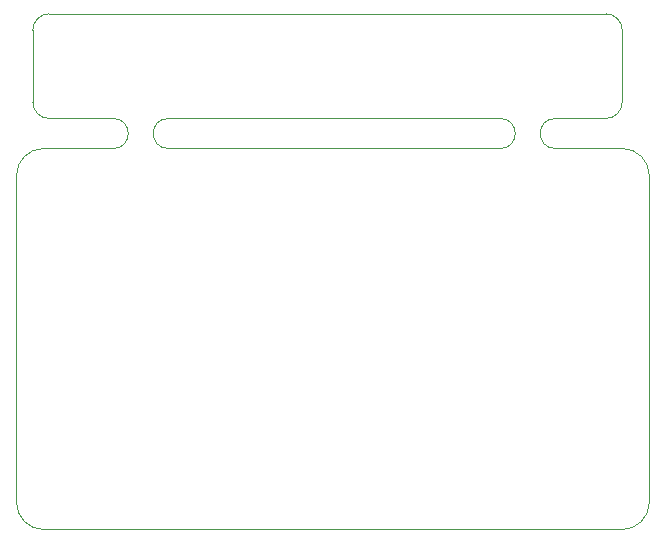
<source format=gm1>
G04 #@! TF.GenerationSoftware,KiCad,Pcbnew,(5.99.0-11678-ga208dac8d8)*
G04 #@! TF.CreationDate,2021-09-02T09:18:58-04:00*
G04 #@! TF.ProjectId,syringe_board,73797269-6e67-4655-9f62-6f6172642e6b,4.5*
G04 #@! TF.SameCoordinates,Original*
G04 #@! TF.FileFunction,Profile,NP*
%FSLAX46Y46*%
G04 Gerber Fmt 4.6, Leading zero omitted, Abs format (unit mm)*
G04 Created by KiCad (PCBNEW (5.99.0-11678-ga208dac8d8)) date 2021-09-02 09:18:58*
%MOMM*%
%LPD*%
G01*
G04 APERTURE LIST*
G04 #@! TA.AperFunction,Profile*
%ADD10C,0.101600*%
G04 #@! TD*
G04 APERTURE END LIST*
D10*
X115714000Y-84582000D02*
X115714000Y-112268000D01*
X169291002Y-112268002D02*
G75*
G02*
X167005000Y-114554000I-2286000J2D01*
G01*
X118000000Y-82296000D02*
X123908000Y-82296000D01*
X118490998Y-70890002D02*
G75*
G03*
X117094000Y-72287000I0J-1396998D01*
G01*
X115714000Y-84582000D02*
G75*
G02*
X118000000Y-82296000I2285976J24D01*
G01*
X117999998Y-114554002D02*
X167005000Y-114554000D01*
X128568000Y-79756000D02*
X156674000Y-79756000D01*
X128568000Y-82296000D02*
X156674000Y-82296000D01*
X118491000Y-79756000D02*
X123908000Y-79756000D01*
X167005002Y-78359002D02*
G75*
G02*
X165608000Y-79756000I-1397000J2D01*
G01*
X167005002Y-82295998D02*
G75*
G02*
X169291000Y-84582000I-2J-2286000D01*
G01*
X167005002Y-78359002D02*
X167005000Y-72287000D01*
X165608000Y-79756000D02*
X161334000Y-79756000D01*
X169291000Y-112268000D02*
X169291000Y-84582000D01*
X117999998Y-114554002D02*
G75*
G02*
X115714000Y-112268000I2J2286000D01*
G01*
X117094000Y-78359000D02*
G75*
G03*
X118491000Y-79756000I1397000J0D01*
G01*
X167005000Y-72287000D02*
G75*
G03*
X165608000Y-70890000I-1397000J0D01*
G01*
X117094000Y-72287000D02*
X117094000Y-78359000D01*
X165608000Y-70890002D02*
X118490998Y-70890002D01*
X161334000Y-82296000D02*
X167005002Y-82295998D01*
X161334000Y-79756000D02*
G75*
G03*
X161334000Y-82296000I0J-1270000D01*
G01*
X156674000Y-79756000D02*
G75*
G02*
X156674000Y-82296000I0J-1270000D01*
G01*
X128568000Y-79756000D02*
G75*
G03*
X128568000Y-82296000I0J-1270000D01*
G01*
X123908000Y-79756000D02*
G75*
G02*
X123908000Y-82296000I0J-1270000D01*
G01*
M02*

</source>
